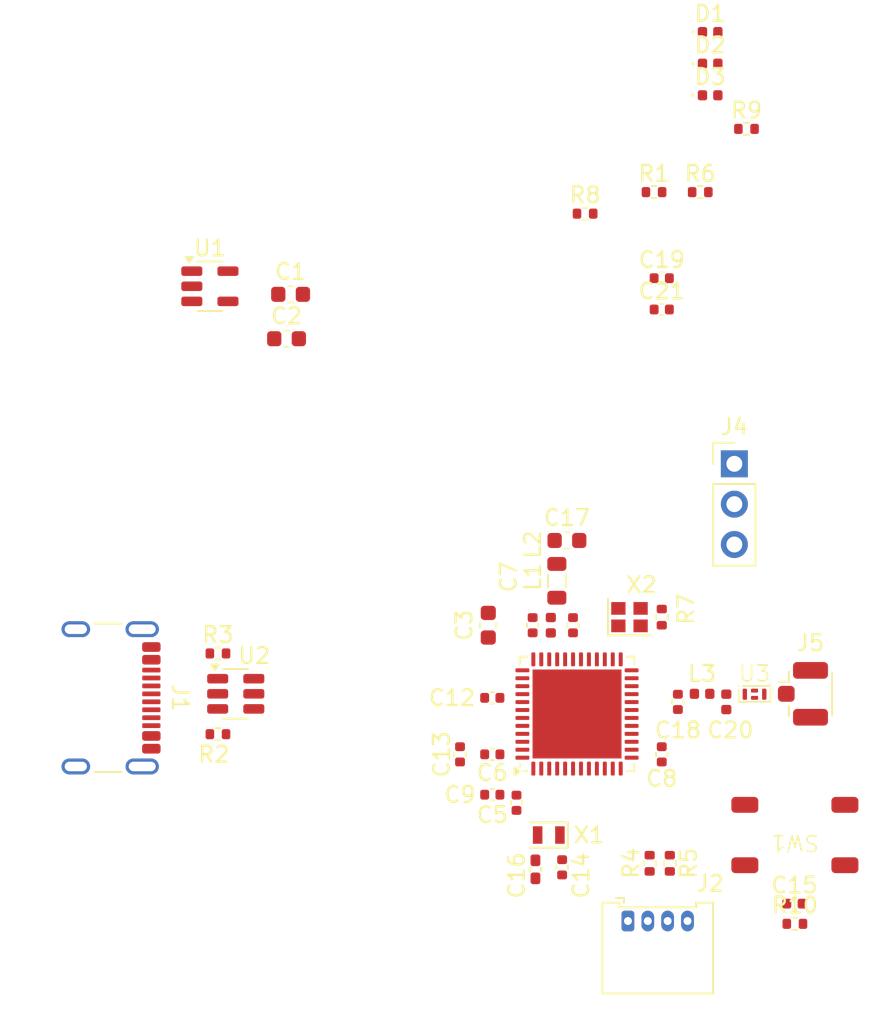
<source format=kicad_pcb>
(kicad_pcb (version 20240108) (generator "pcbnew") (generator_version "8.0")
  (layers (0 "F.Cu" signal) (31 "B.Cu" signal) (34 "B.Paste" user) (35 "F.Paste" user) (36 "B.SilkS" user "B.Silkscreen") (37 "F.SilkS" user "F.Silkscreen") (38 "B.Mask" user) (39 "F.Mask" user) (44 "Edge.Cuts" user))
  (net 0 "")
  (net 1 "+5V")
  (net 2 "GND")
  (net 3 "+3V3")
  (net 4 "/LOW_OSC_OUT")
  (net 5 "/SWD_RESET")
  (net 6 "/LOW_OSC_IN")
  (net 7 "/VLXSMOS_FEEDBACK")
  (net 8 "/RF")
  (net 9 "/SWD_BOOT")
  (net 10 "/RF_D_MATCH")
  (net 11 "Net-(D1-K)")
  (net 12 "Net-(D2-K)")
  (net 13 "Net-(D3-A)")
  (net 14 "Net-(J1-CC1)")
  (net 15 "Net-(J1-CC2)")
  (net 16 "Net-(J1-D+-PadA6)")
  (net 17 "Net-(J1-D--PadA7)")
  (net 20 "/UART_TX")
  (net 21 "/UART_RX")
  (net 22 "/RF_antena")
  (net 23 "/VLXSMPS")
  (net 24 "/VLXSMPS_INDUCTOR")
  (net 25 "Net-(U0-OSC_OUT)")
  (net 26 "/OSC_OUT")
  (net 33 "/USB_D-")
  (net 40 "/OSC_IN")
  (net 41 "/USB_D+")
  (footprint "Package_DFN_QFN:QFN-48-1EP_7x7mm_P0.5mm_EP5.6x5.6mm" (layer "F.Cu") (at 152.146 104.14 90)
    (property "Reference" "U0" (hide yes))
    (property "Value" "STM32WB55CEUx")
    (fp_line (start 3.61 -3.61) (end 3.61 -3.135) (stroke (width 0.12)) (layer "F.SilkS"))
    (fp_line (start 3.135 -3.61) (end 3.61 -3.61) (stroke (width 0.12)) (layer "F.SilkS"))
    (fp_line (start -3.135 -3.61) (end -3.31 -3.61) (stroke (width 0.12)) (layer "F.SilkS"))
    (fp_line (start -3.61 -3.135) (end -3.61 -3.37) (stroke (width 0.12)) (layer "F.SilkS"))
    (fp_line (start 3.61 3.61) (end 3.61 3.135) (stroke (width 0.12)) (layer "F.SilkS"))
    (fp_line (start 3.135 3.61) (end 3.61 3.61) (stroke (width 0.12)) (layer "F.SilkS"))
    (fp_line (start -3.135 3.61) (end -3.61 3.61) (stroke (width 0.12)) (layer "F.SilkS"))
    (fp_line (start -3.61 3.61) (end -3.61 3.135) (stroke (width 0.12)) (layer "F.SilkS"))
    (fp_poly (pts (xy -3.61 -3.61) (xy -3.85 -3.94) (xy -3.37 -3.94) (xy -3.61 -3.61)) (stroke (width 0.12)) (fill solid) (layer "F.SilkS"))
    (pad "1" smd roundrect (at -3.4375 -2.75 90) (size 0.875 0.25) (layers "F.Cu" "F.Paste" "F.Mask") (net 3 "+3V3"))
    (pad "2" smd roundrect (at -3.4375 -2.25 90) (size 0.875 0.25) (layers "F.Cu" "F.Paste" "F.Mask") (net 6 "/LOW_OSC_IN"))
    (pad "3" smd roundrect (at -3.4375 -1.75 90) (size 0.875 0.25) (layers "F.Cu" "F.Paste" "F.Mask") (net 4 "/LOW_OSC_OUT"))
    (pad "4" smd roundrect (at -3.4375 -1.25 90) (size 0.875 0.25) (layers "F.Cu" "F.Paste" "F.Mask") (net 9 "/SWD_BOOT"))
    (pad "5" smd roundrect (at -3.4375 -0.75 90) (size 0.875 0.25) (layers "F.Cu" "F.Paste" "F.Mask"))
    (pad "6" smd roundrect (at -3.4375 -0.25 90) (size 0.875 0.25) (layers "F.Cu" "F.Paste" "F.Mask"))
    (pad "7" smd roundrect (at -3.4375 0.25 90) (size 0.875 0.25) (layers "F.Cu" "F.Paste" "F.Mask") (net 5 "/SWD_RESET"))
    (pad "8" smd roundrect (at -3.4375 0.75 90) (size 0.875 0.25) (layers "F.Cu" "F.Paste" "F.Mask") (net 3 "+3V3"))
    (pad "9" smd roundrect (at -3.4375 1.25 90) (size 0.875 0.25) (layers "F.Cu" "F.Paste" "F.Mask"))
    (pad "10" smd roundrect (at -3.4375 1.75 90) (size 0.875 0.25) (layers "F.Cu" "F.Paste" "F.Mask"))
    (pad "11" smd roundrect (at -3.4375 2.25 90) (size 0.875 0.25) (layers "F.Cu" "F.Paste" "F.Mask") (net 20 "/UART_TX"))
    (pad "12" smd roundrect (at -3.4375 2.75 90) (size 0.875 0.25) (layers "F.Cu" "F.Paste" "F.Mask") (net 21 "/UART_RX"))
    (pad "13" smd roundrect (at -2.75 3.4375 90) (size 0.25 0.875) (layers "F.Cu" "F.Paste" "F.Mask"))
    (pad "14" smd roundrect (at -2.25 3.4375 90) (size 0.25 0.875) (layers "F.Cu" "F.Paste" "F.Mask"))
    (pad "15" smd roundrect (at -1.75 3.4375 90) (size 0.25 0.875) (layers "F.Cu" "F.Paste" "F.Mask"))
    (pad "16" smd roundrect (at -1.25 3.4375 90) (size 0.25 0.875) (layers "F.Cu" "F.Paste" "F.Mask"))
    (pad "17" smd roundrect (at -0.75 3.4375 90) (size 0.25 0.875) (layers "F.Cu" "F.Paste" "F.Mask"))
    (pad "18" smd roundrect (at -0.25 3.4375 90) (size 0.25 0.875) (layers "F.Cu" "F.Paste" "F.Mask"))
    (pad "19" smd roundrect (at 0.25 3.4375 90) (size 0.25 0.875) (layers "F.Cu" "F.Paste" "F.Mask"))
    (pad "20" smd roundrect (at 0.75 3.4375 90) (size 0.25 0.875) (layers "F.Cu" "F.Paste" "F.Mask") (net 3 "+3V3"))
    (pad "21" smd roundrect (at 1.25 3.4375 90) (size 0.25 0.875) (layers "F.Cu" "F.Paste" "F.Mask") (net 8 "/RF"))
    (pad "22" smd roundrect (at 1.75 3.4375 90) (size 0.25 0.875) (layers "F.Cu" "F.Paste" "F.Mask") (net 2 "GND"))
    (pad "23" smd roundrect (at 2.25 3.4375 90) (size 0.25 0.875) (layers "F.Cu" "F.Paste" "F.Mask") (net 3 "+3V3"))
    (pad "24" smd roundrect (at 2.75 3.4375 90) (size 0.25 0.875) (layers "F.Cu" "F.Paste" "F.Mask") (net 25 "Net-(U0-OSC_OUT)"))
    (pad "25" smd roundrect (at 3.4375 2.75 90) (size 0.875 0.25) (layers "F.Cu" "F.Paste" "F.Mask") (net 40 "/OSC_IN"))
    (pad "26" smd roundrect (at 3.4375 2.25 90) (size 0.875 0.25) (layers "F.Cu" "F.Paste" "F.Mask"))
    (pad "27" smd roundrect (at 3.4375 1.75 90) (size 0.875 0.25) (layers "F.Cu" "F.Paste" "F.Mask"))
    (pad "28" smd roundrect (at 3.4375 1.25 90) (size 0.875 0.25) (layers "F.Cu" "F.Paste" "F.Mask"))
    (pad "29" smd roundrect (at 3.4375 0.75 90) (size 0.875 0.25) (layers "F.Cu" "F.Paste" "F.Mask"))
    (pad "30" smd roundrect (at 3.4375 0.25 90) (size 0.875 0.25) (layers "F.Cu" "F.Paste" "F.Mask"))
    (pad "31" smd roundrect (at 3.4375 -0.25 90) (size 0.875 0.25) (layers "F.Cu" "F.Paste" "F.Mask") (net 7 "/VLXSMOS_FEEDBACK"))
    (pad "32" smd roundrect (at 3.4375 -0.75 90) (size 0.875 0.25) (layers "F.Cu" "F.Paste" "F.Mask") (net 2 "GND"))
    (pad "33" smd roundrect (at 3.4375 -1.25 90) (size 0.875 0.25) (layers "F.Cu" "F.Paste" "F.Mask") (net 23 "/VLXSMPS"))
    (pad "34" smd roundrect (at 3.4375 -1.75 90) (size 0.875 0.25) (layers "F.Cu" "F.Paste" "F.Mask") (net 3 "+3V3"))
    (pad "35" smd roundrect (at 3.4375 -2.25 90) (size 0.875 0.25) (layers "F.Cu" "F.Paste" "F.Mask") (net 3 "+3V3"))
    (pad "36" smd roundrect (at 3.4375 -2.75 90) (size 0.875 0.25) (layers "F.Cu" "F.Paste" "F.Mask"))
    (pad "37" smd roundrect (at 2.75 -3.4375 90) (size 0.25 0.875) (layers "F.Cu" "F.Paste" "F.Mask") (net 33 "/USB_D-"))
    (pad "38" smd roundrect (at 2.25 -3.4375 90) (size 0.25 0.875) (layers "F.Cu" "F.Paste" "F.Mask") (net 41 "/USB_D+"))
    (pad "39" smd roundrect (at 1.75 -3.4375 90) (size 0.25 0.875) (layers "F.Cu" "F.Paste" "F.Mask"))
    (pad "40" smd roundrect (at 1.25 -3.4375 90) (size 0.25 0.875) (layers "F.Cu" "F.Paste" "F.Mask") (net 3 "+3V3"))
    (pad "41" smd roundrect (at 0.75 -3.4375 90) (size 0.25 0.875) (layers "F.Cu" "F.Paste" "F.Mask"))
    (pad "42" smd roundrect (at 0.25 -3.4375 90) (size 0.25 0.875) (layers "F.Cu" "F.Paste" "F.Mask"))
    (pad "43" smd roundrect (at -0.25 -3.4375 90) (size 0.25 0.875) (layers "F.Cu" "F.Paste" "F.Mask"))
    (pad "44" smd roundrect (at -0.75 -3.4375 90) (size 0.25 0.875) (layers "F.Cu" "F.Paste" "F.Mask"))
    (pad "45" smd roundrect (at -1.25 -3.4375 90) (size 0.25 0.875) (layers "F.Cu" "F.Paste" "F.Mask"))
    (pad "46" smd roundrect (at -1.75 -3.4375 90) (size 0.25 0.875) (layers "F.Cu" "F.Paste" "F.Mask"))
    (pad "47" smd roundrect (at -2.25 -3.4375 90) (size 0.25 0.875) (layers "F.Cu" "F.Paste" "F.Mask"))
    (pad "48" smd roundrect (at -2.75 -3.4375 90) (size 0.25 0.875) (layers "F.Cu" "F.Paste" "F.Mask") (net 3 "+3V3"))
    (pad "49" smd rect (at 0 0 90) (size 5.6 5.6) (property pad_prop_heatsink) (layers "F.Cu" "F.Mask") (net 2 "GND"))
  )
  (footprint "Resistor_SMD:R_0402_1005Metric" (layer "F.Cu") (at 129.54 105.41)
    (property "Reference" "R2" (at -0.254 1.27 0) (layer "F.SilkS"))
    (property "Value" "5KR1")
    (fp_line (start -0.153641 -0.38) (end 0.153641 -0.38) (stroke (width 0.12)) (layer "F.SilkS"))
    (fp_line (start -0.153641 0.38) (end 0.153641 0.38) (stroke (width 0.12)) (layer "F.SilkS"))
    (pad "1" smd roundrect (at -0.51 0) (size 0.54 0.64) (layers "F.Cu" "F.Paste" "F.Mask") (net 15 "Net-(J1-CC2)"))
    (pad "2" smd roundrect (at 0.51 0) (size 0.54 0.64) (layers "F.Cu" "F.Paste" "F.Mask") (net 2 "GND"))
  )
  (footprint "LED_SMD:LED_0402_1005Metric" (layer "F.Cu") (at 160.528 65.194)
    (property "Reference" "D3" (at 0 -1.17 0) (layer "F.SilkS"))
    (property "Value" "LED")
    (fp_circle (center -1.09 0) (end -1.04 0) (stroke (width 0.1)) (fill none) (layer "F.SilkS"))
    (pad "1" smd roundrect (at -0.485 0) (size 0.59 0.64) (layers "F.Cu" "F.Paste" "F.Mask") (net 2 "GND"))
    (pad "2" smd roundrect (at 0.485 0) (size 0.59 0.64) (layers "F.Cu" "F.Paste" "F.Mask") (net 13 "Net-(D3-A)"))
  )
  (footprint "Capacitor_SMD:C_0402_1005Metric" (layer "F.Cu") (at 157.48 76.708)
    (property "Reference" "C19" (at 0 -1.16 0) (layer "F.SilkS"))
    (property "Value" "100n")
    (fp_line (start -0.107836 -0.36) (end 0.107836 -0.36) (stroke (width 0.12)) (layer "F.SilkS"))
    (fp_line (start -0.107836 0.36) (end 0.107836 0.36) (stroke (width 0.12)) (layer "F.SilkS"))
    (pad "1" smd roundrect (at -0.48 0) (size 0.56 0.62) (layers "F.Cu" "F.Paste" "F.Mask") (net 9 "/SWD_BOOT"))
    (pad "2" smd roundrect (at 0.48 0) (size 0.56 0.62) (layers "F.Cu" "F.Paste" "F.Mask") (net 2 "GND"))
  )
  (footprint "Capacitor_SMD:C_0402_1005Metric" (layer "F.Cu") (at 157.48 78.678)
    (property "Reference" "C21" (at 0 -1.16 0) (layer "F.SilkS"))
    (property "Value" "100n")
    (fp_line (start -0.107836 -0.36) (end 0.107836 -0.36) (stroke (width 0.12)) (layer "F.SilkS"))
    (fp_line (start -0.107836 0.36) (end 0.107836 0.36) (stroke (width 0.12)) (layer "F.SilkS"))
    (pad "1" smd roundrect (at -0.48 0) (size 0.56 0.62) (layers "F.Cu" "F.Paste" "F.Mask") (net 3 "+3V3"))
    (pad "2" smd roundrect (at 0.48 0) (size 0.56 0.62) (layers "F.Cu" "F.Paste" "F.Mask") (net 2 "GND"))
  )
  (footprint "Connector_PinHeader_2.54mm:PinHeader_1x03_P2.54mm_Vertical" (layer "F.Cu") (at 162.052 88.392)
    (property "Reference" "J4" (at 0 -2.33 0) (layer "F.SilkS"))
    (property "Value" "Conn_01x03")
    (fp_line (start -1.33 -1.33) (end 0 -1.33) (stroke (width 0.12)) (layer "F.SilkS"))
    (fp_line (start -1.33 0) (end -1.33 -1.33) (stroke (width 0.12)) (layer "F.SilkS"))
    (fp_line (start -1.33 1.27) (end -1.33 6.41) (stroke (width 0.12)) (layer "F.SilkS"))
    (fp_line (start -1.33 1.27) (end 1.33 1.27) (stroke (width 0.12)) (layer "F.SilkS"))
    (fp_line (start -1.33 6.41) (end 1.33 6.41) (stroke (width 0.12)) (layer "F.SilkS"))
    (fp_line (start 1.33 1.27) (end 1.33 6.41) (stroke (width 0.12)) (layer "F.SilkS"))
    (pad "1" thru_hole rect (at 0 0) (size 1.7 1.7) (drill 1) (layers "*.Cu" "*.Mask") (net 3 "+3V3"))
    (pad "2" thru_hole oval (at 0 2.54) (size 1.7 1.7) (drill 1) (layers "*.Cu" "*.Mask") (net 9 "/SWD_BOOT"))
    (pad "3" thru_hole oval (at 0 5.08) (size 1.7 1.7) (drill 1) (layers "*.Cu" "*.Mask") (net 2 "GND"))
  )
  (footprint "Crystal:Crystal_SMD_2012-2Pin_2.0x1.2mm" (layer "F.Cu") (at 150.368 111.76 180)
    (property "Reference" "X1" (at -2.54 0 360) (layer "F.SilkS"))
    (property "Value" "32kHz768")
    (fp_line (start 1.2 -0.8) (end -1.2 -0.8) (stroke (width 0.12)) (layer "F.SilkS"))
    (fp_line (start -1.2 0.8) (end 1.2 0.8) (stroke (width 0.12)) (layer "F.SilkS"))
    (fp_line (start -1.2 -0.8) (end -1.2 0.8) (stroke (width 0.12)) (layer "F.SilkS"))
    (pad "1" smd rect (at -0.7 0 180) (size 0.6 1.1) (layers "F.Cu" "F.Paste" "F.Mask") (net 4 "/LOW_OSC_OUT"))
    (pad "2" smd rect (at 0.7 0 180) (size 0.6 1.1) (layers "F.Cu" "F.Paste" "F.Mask") (net 6 "/LOW_OSC_IN"))
  )
  (footprint "Capacitor_SMD:C_0402_1005Metric" (layer "F.Cu") (at 165.834 116.078)
    (property "Reference" "C15" (at 0 -1.16 360) (layer "F.SilkS"))
    (property "Value" "100n")
    (fp_line (start -0.107836 -0.36) (end 0.107836 -0.36) (stroke (width 0.12)) (layer "F.SilkS"))
    (fp_line (start -0.107836 0.36) (end 0.107836 0.36) (stroke (width 0.12)) (layer "F.SilkS"))
    (pad "1" smd roundrect (at -0.48 0) (size 0.56 0.62) (layers "F.Cu" "F.Paste" "F.Mask") (net 5 "/SWD_RESET"))
    (pad "2" smd roundrect (at 0.48 0) (size 0.56 0.62) (layers "F.Cu" "F.Paste" "F.Mask") (net 2 "GND"))
  )
  (footprint "Capacitor_SMD:C_0603_1608Metric" (layer "F.Cu") (at 146.558 98.552 90)
    (property "Reference" "C3" (at 0 -1.524 90) (layer "F.SilkS"))
    (property "Value" "4u7")
    (fp_line (start -0.14058 -0.51) (end 0.14058 -0.51) (stroke (width 0.12)) (layer "F.SilkS"))
    (fp_line (start -0.14058 0.51) (end 0.14058 0.51) (stroke (width 0.12)) (layer "F.SilkS"))
    (pad "1" smd roundrect (at -0.775 0 90) (size 0.9 0.95) (layers "F.Cu" "F.Paste" "F.Mask") (net 3 "+3V3"))
    (pad "2" smd roundrect (at 0.775 0 90) (size 0.9 0.95) (layers "F.Cu" "F.Paste" "F.Mask") (net 2 "GND"))
  )
  (footprint "Capacitor_SMD:C_0402_1005Metric" (layer "F.Cu") (at 158.496 103.378 -90)
    (property "Reference" "C18" (at 1.778 0 180) (layer "F.SilkS"))
    (property "Value" "0p8")
    (fp_line (start -0.107836 0.36) (end 0.107836 0.36) (stroke (width 0.12)) (layer "F.SilkS"))
    (fp_line (start -0.107836 -0.36) (end 0.107836 -0.36) (stroke (width 0.12)) (layer "F.SilkS"))
    (pad "1" smd roundrect (at -0.48 0 270) (size 0.56 0.62) (layers "F.Cu" "F.Paste" "F.Mask") (net 8 "/RF"))
    (pad "2" smd roundrect (at 0.48 0 270) (size 0.56 0.62) (layers "F.Cu" "F.Paste" "F.Mask") (net 2 "GND"))
  )
  (footprint "Connector_Molex:Molex_PicoBlade_53048-0410_1x04_P1.25mm_Horizontal" (layer "F.Cu") (at 155.351 117.172)
    (property "Reference" "J2" (at 5.177 -2.364 360) (layer "F.SilkS"))
    (property "Value" "Conn_01x04")
    (fp_line (start -1.61 -1.16) (end -1.61 4.56) (stroke (width 0.12)) (layer "F.SilkS"))
    (fp_line (start -1.61 4.56) (end 1.875 4.56) (stroke (width 0.12)) (layer "F.SilkS"))
    (fp_line (start -0.54 -1.16) (end -1.61 -1.16) (stroke (width 0.12)) (layer "F.SilkS"))
    (fp_line (start -0.54 -0.86) (end -0.54 -1.16) (stroke (width 0.12)) (layer "F.SilkS"))
    (fp_line (start -0.25 -1.45) (end -0.75 -1.45) (stroke (width 0.12)) (layer "F.SilkS"))
    (fp_line (start -0.25 -1.15) (end -0.25 -1.45) (stroke (width 0.12)) (layer "F.SilkS"))
    (fp_line (start 1.875 -0.86) (end -0.54 -0.86) (stroke (width 0.12)) (layer "F.SilkS"))
    (fp_line (start 1.875 -0.86) (end 4.29 -0.86) (stroke (width 0.12)) (layer "F.SilkS"))
    (fp_line (start 4.29 -1.16) (end 5.36 -1.16) (stroke (width 0.12)) (layer "F.SilkS"))
    (fp_line (start 4.29 -0.86) (end 4.29 -1.16) (stroke (width 0.12)) (layer "F.SilkS"))
    (fp_line (start 5.36 -1.16) (end 5.36 4.56) (stroke (width 0.12)) (layer "F.SilkS"))
    (fp_line (start 5.36 4.56) (end 1.875 4.56) (stroke (width 0.12)) (layer "F.SilkS"))
    (pad "1" thru_hole roundrect (at 0 0) (size 0.8 1.3) (drill 0.5) (layers "*.Cu" "*.Mask") (net 3 "+3V3"))
    (pad "2" thru_hole oval (at 1.25 0) (size 0.8 1.3) (drill 0.5) (layers "*.Cu" "*.Mask") (net 20 "/UART_TX"))
    (pad "3" thru_hole oval (at 2.5 0) (size 0.8 1.3) (drill 0.5) (layers "*.Cu" "*.Mask") (net 21 "/UART_RX"))
    (pad "4" thru_hole oval (at 3.75 0) (size 0.8 1.3) (drill 0.5) (layers "*.Cu" "*.Mask") (net 2 "GND"))
  )
  (footprint "Crystal:Crystal_SMD_2016-4Pin_2.0x1.6mm" (layer "F.Cu") (at 155.448 98.044)
    (property "Reference" "X2" (at 0.762 -2.032 360) (layer "F.SilkS"))
    (property "Value" "32MHz")
    (fp_line (start -1.35 -1.15) (end -1.35 1.15) (stroke (width 0.12)) (layer "F.SilkS"))
    (fp_line (start -1.35 1.15) (end 1.35 1.15) (stroke (width 0.12)) (layer "F.SilkS"))
    (pad "1" smd rect (at -0.7 0.55) (size 0.9 0.8) (layers "F.Cu" "F.Paste" "F.Mask") (net 40 "/OSC_IN"))
    (pad "2" smd rect (at 0.7 0.55) (size 0.9 0.8) (layers "F.Cu" "F.Paste" "F.Mask") (net 2 "GND"))
    (pad "3" smd rect (at 0.7 -0.55) (size 0.9 0.8) (layers "F.Cu" "F.Paste" "F.Mask") (net 26 "/OSC_OUT"))
    (pad "4" smd rect (at -0.7 -0.55) (size 0.9 0.8) (layers "F.Cu" "F.Paste" "F.Mask") (net 2 "GND"))
  )
  (footprint "MY_PCB_library:DLF162500LT-5028A1" (layer "F.Cu") (at 163.322 103.124)
    (property "Reference" "U3" (at 0 -1.524 0) (layer "F.SilkS") (effects (font (thickness 0.1))))
    (property "Value" "DLF162500LT-5028A1")
    (fp_line (start -1 0.25) (end -1 -0.5) (stroke (width 0.1)) (layer "F.SilkS"))
    (fp_line (start -0.75 -0.75) (end 1 -0.75) (stroke (width 0.1)) (layer "F.SilkS"))
    (fp_line (start 1 -0.75) (end 1 0.25) (stroke (width 0.1)) (layer "F.SilkS"))
    (fp_line (start 1 0.25) (end -1 0.25) (stroke (width 0.1)) (layer "F.SilkS"))
    (fp_circle (center -1 -0.75) (end -0.95 -0.75) (fill solid) (layer "F.SilkS"))
    (pad "1" smd roundrect (at -0.6125 -0.2275) (size 0.275 0.7) (layers "F.Cu" "F.Paste" "F.Mask") (net 10 "/RF_D_MATCH"))
    (pad "2" smd roundrect (at 0 0 270) (size 0.245 0.45) (layers "F.Cu" "F.Paste" "F.Mask") (net 2 "GND"))
    (pad "3" smd roundrect (at 0.6125 -0.2275) (size 0.275 0.7) (layers "F.Cu" "F.Paste" "F.Mask") (net 22 "/RF_antena"))
    (pad "4" smd roundrect (at 0 -0.455 270) (size 0.245 0.45) (layers "F.Cu" "F.Paste" "F.Mask") (net 2 "GND"))
  )
  (footprint "Capacitor_SMD:C_0402_1005Metric" (layer "F.Cu") (at 157.48 106.68 -90)
    (property "Reference" "C8" (at 1.524 0 180) (layer "F.SilkS"))
    (property "Value" "100n")
    (fp_line (start -0.107836 0.36) (end 0.107836 0.36) (stroke (width 0.12)) (layer "F.SilkS"))
    (fp_line (start -0.107836 -0.36) (end 0.107836 -0.36) (stroke (width 0.12)) (layer "F.SilkS"))
    (pad "1" smd roundrect (at -0.48 0 270) (size 0.56 0.62) (layers "F.Cu" "F.Paste" "F.Mask") (net 3 "+3V3"))
    (pad "2" smd roundrect (at 0.48 0 270) (size 0.56 0.62) (layers "F.Cu" "F.Paste" "F.Mask") (net 2 "GND"))
  )
  (footprint "Resistor_SMD:R_0402_1005Metric" (layer "F.Cu") (at 129.54 100.33)
    (property "Reference" "R3" (at 0 -1.17 0) (layer "F.SilkS"))
    (property "Value" "5KR1")
    (fp_line (start -0.153641 -0.38) (end 0.153641 -0.38) (stroke (width 0.12)) (layer "F.SilkS"))
    (fp_line (start -0.153641 0.38) (end 0.153641 0.38) (stroke (width 0.12)) (layer "F.SilkS"))
    (pad "1" smd roundrect (at -0.51 0) (size 0.54 0.64) (layers "F.Cu" "F.Paste" "F.Mask") (net 14 "Net-(J1-CC1)"))
    (pad "2" smd roundrect (at 0.51 0) (size 0.54 0.64) (layers "F.Cu" "F.Paste" "F.Mask") (net 2 "GND"))
  )
  (footprint "Capacitor_SMD:C_0402_1005Metric" (layer "F.Cu") (at 151.208 113.792 -90)
    (property "Reference" "C14" (at 0.508 -1.192 90) (layer "F.SilkS"))
    (property "Value" "10p")
    (fp_line (start -0.107836 0.36) (end 0.107836 0.36) (stroke (width 0.12)) (layer "F.SilkS"))
    (fp_line (start -0.107836 -0.36) (end 0.107836 -0.36) (stroke (width 0.12)) (layer "F.SilkS"))
    (pad "1" smd roundrect (at -0.48 0 270) (size 0.56 0.62) (layers "F.Cu" "F.Paste" "F.Mask") (net 4 "/LOW_OSC_OUT"))
    (pad "2" smd roundrect (at 0.48 0 270) (size 0.56 0.62) (layers "F.Cu" "F.Paste" "F.Mask") (net 2 "GND"))
  )
  (footprint "Resistor_SMD:R_0402_1005Metric" (layer "F.Cu") (at 152.654 72.644)
    (property "Reference" "R8" (at 0 -1.17 0) (layer "F.SilkS"))
    (property "Value" "5kR1")
    (fp_line (start -0.153641 -0.38) (end 0.153641 -0.38) (stroke (width 0.12)) (layer "F.SilkS"))
    (fp_line (start -0.153641 0.38) (end 0.153641 0.38) (stroke (width 0.12)) (layer "F.SilkS"))
    (pad "1" smd roundrect (at -0.51 0) (size 0.54 0.64) (layers "F.Cu" "F.Paste" "F.Mask") (net 2 "GND"))
    (pad "2" smd roundrect (at 0.51 0) (size 0.54 0.64) (layers "F.Cu" "F.Paste" "F.Mask") (net 9 "/SWD_BOOT"))
  )
  (footprint "Resistor_SMD:R_0402_1005Metric" (layer "F.Cu") (at 156.994 71.29)
    (property "Reference" "R1" (at 0 -1.17 0) (layer "F.SilkS"))
    (property "Value" "330")
    (fp_line (start -0.153641 -0.38) (end 0.153641 -0.38) (stroke (width 0.12)) (layer "F.SilkS"))
    (fp_line (start -0.153641 0.38) (end 0.153641 0.38) (stroke (width 0.12)) (layer "F.SilkS"))
    (pad "1" smd roundrect (at -0.51 0) (size 0.54 0.64) (layers "F.Cu" "F.Paste" "F.Mask") (net 11 "Net-(D1-K)"))
    (pad "2" smd roundrect (at 0.51 0) (size 0.54 0.64) (layers "F.Cu" "F.Paste" "F.Mask") (net 2 "GND"))
  )
  (footprint "Capacitor_SMD:C_0402_1005Metric" (layer "F.Cu") (at 149.352 98.552 90)
    (property "Reference" "C7" (at 3.048 -1.524 90) (layer "F.SilkS"))
    (property "Value" "100n")
    (fp_line (start -0.107836 -0.36) (end 0.107836 -0.36) (stroke (width 0.12)) (layer "F.SilkS"))
    (fp_line (start -0.107836 0.36) (end 0.107836 0.36) (stroke (width 0.12)) (layer "F.SilkS"))
    (pad "1" smd roundrect (at -0.48 0 90) (size 0.56 0.62) (layers "F.Cu" "F.Paste" "F.Mask") (net 3 "+3V3"))
    (pad "2" smd roundrect (at 0.48 0 90) (size 0.56 0.62) (layers "F.Cu" "F.Paste" "F.Mask") (net 2 "GND"))
  )
  (footprint "Capacitor_SMD:C_0603_1608Metric" (layer "F.Cu") (at 151.51 93.218)
    (property "Reference" "C17" (at 0 -1.43 360) (layer "F.SilkS"))
    (property "Value" "4u7")
    (fp_line (start -0.14058 -0.51) (end 0.14058 -0.51) (stroke (width 0.12)) (layer "F.SilkS"))
    (fp_line (start -0.14058 0.51) (end 0.14058 0.51) (stroke (width 0.12)) (layer "F.SilkS"))
    (pad "1" smd roundrect (at -0.775 0) (size 0.9 0.95) (layers "F.Cu" "F.Paste" "F.Mask") (net 7 "/VLXSMOS_FEEDBACK"))
    (pad "2" smd roundrect (at 0.775 0) (size 0.9 0.95) (layers "F.Cu" "F.Paste" "F.Mask") (net 2 "GND"))
  )
  (footprint "Resistor_SMD:R_0402_1005Metric" (layer "F.Cu") (at 162.814 67.31)
    (property "Reference" "R9" (at 0 -1.17 0) (layer "F.SilkS"))
    (property "Value" "330")
    (fp_line (start -0.153641 -0.38) (end 0.153641 -0.38) (stroke (width 0.12)) (layer "F.SilkS"))
    (fp_line (start -0.153641 0.38) (end 0.153641 0.38) (stroke (width 0.12)) (layer "F.SilkS"))
    (pad "1" smd roundrect (at -0.51 0) (size 0.54 0.64) (layers "F.Cu" "F.Paste" "F.Mask") (net 9 "/SWD_BOOT"))
    (pad "2" smd roundrect (at 0.51 0) (size 0.54 0.64) (layers "F.Cu" "F.Paste" "F.Mask") (net 13 "Net-(D3-A)"))
  )
  (footprint "Capacitor_SMD:C_0402_1005Metric_Pad0.74x0.62mm_HandSolder" (layer "F.Cu") (at 149.528 113.919 -90)
    (property "Reference" "C16" (at 0.381 1.192 90) (layer "F.SilkS"))
    (property "Value" "10p")
    (fp_line (start -0.115835 0.36) (end 0.115835 0.36) (stroke (width 0.12)) (layer "F.SilkS"))
    (fp_line (start -0.115835 -0.36) (end 0.115835 -0.36) (stroke (width 0.12)) (layer "F.SilkS"))
    (pad "1" smd roundrect (at -0.5675 0 270) (size 0.735 0.62) (layers "F.Cu" "F.Paste" "F.Mask") (net 6 "/LOW_OSC_IN"))
    (pad "2" smd roundrect (at 0.5675 0 270) (size 0.735 0.62) (layers "F.Cu" "F.Paste" "F.Mask") (net 2 "GND"))
  )
  (footprint "Inductor_SMD:L_0402_1005Metric" (layer "F.Cu") (at 160.02 102.87)
    (property "Reference" "L3" (at 0 -1.27 0) (layer "F.SilkS"))
    (property "Value" "2n7")
    (pad "1" smd roundrect (at -0.485 0) (size 0.59 0.64) (layers "F.Cu" "F.Paste" "F.Mask") (net 8 "/RF"))
    (pad "2" smd roundrect (at 0.485 0) (size 0.59 0.64) (layers "F.Cu" "F.Paste" "F.Mask") (net 10 "/RF_D_MATCH"))
  )
  (footprint "Resistor_SMD:R_0402_1005Metric" (layer "F.Cu") (at 157.48 98.044 90)
    (property "Reference" "R7" (at 0.508 1.524 90) (layer "F.SilkS"))
    (property "Value" "330")
    (fp_line (start -0.153641 -0.38) (end 0.153641 -0.38) (stroke (width 0.12)) (layer "F.SilkS"))
    (fp_line (start -0.153641 0.38) (end 0.153641 0.38) (stroke (width 0.12)) (layer "F.SilkS"))
    (pad "1" smd roundrect (at -0.51 0 90) (size 0.54 0.64) (layers "F.Cu" "F.Paste" "F.Mask") (net 25 "Net-(U0-OSC_OUT)"))
    (pad "2" smd roundrect (at 0.51 0 90) (size 0.54 0.64) (layers "F.Cu" "F.Paste" "F.Mask") (net 26 "/OSC_OUT"))
  )
  (footprint "Capacitor_SMD:C_0402_1005Metric" (layer "F.Cu") (at 144.78 106.68 90)
    (property "Reference" "C13" (at 0 -1.16 90) (layer "F.SilkS"))
    (property "Value" "100n")
    (fp_line (start -0.107836 -0.36) (end 0.107836 -0.36) (stroke (width 0.12)) (layer "F.SilkS"))
    (fp_line (start -0.107836 0.36) (end 0.107836 0.36) (stroke (width 0.12)) (layer "F.SilkS"))
    (pad "1" smd roundrect (at -0.48 0 90) (size 0.56 0.62) (layers "F.Cu" "F.Paste" "F.Mask") (net 2 "GND"))
    (pad "2" smd roundrect (at 0.48 0 90) (size 0.56 0.62) (layers "F.Cu" "F.Paste" "F.Mask") (net 3 "+3V3"))
  )
  (footprint "Capacitor_SMD:C_0402_1005Metric" (layer "F.Cu") (at 148.336 109.728 -90)
    (property "Reference" "C5" (at 0.762 1.524 180) (layer "F.SilkS"))
    (property "Value" "100n")
    (fp_line (start -0.107836 0.36) (end 0.107836 0.36) (stroke (width 0.12)) (layer "F.SilkS"))
    (fp_line (start -0.107836 -0.36) (end 0.107836 -0.36) (stroke (width 0.12)) (layer "F.SilkS"))
    (pad "1" smd roundrect (at -0.48 0 270) (size 0.56 0.62) (layers "F.Cu" "F.Paste" "F.Mask") (net 3 "+3V3"))
    (pad "2" smd roundrect (at 0.48 0 270) (size 0.56 0.62) (layers "F.Cu" "F.Paste" "F.Mask") (net 2 "GND"))
  )
  (footprint "Package_TO_SOT_SMD:SOT-23-5" (layer "F.Cu") (at 129.032 77.216)
    (property "Reference" "U1" (at 0 -2.4 0) (layer "F.SilkS"))
    (property "Value" "MIC5365-3.3YD5")
    (fp_line (start 0 -1.56) (end -0.8 -1.56) (stroke (width 0.12)) (layer "F.SilkS"))
    (fp_line (start 0 -1.56) (end 0.8 -1.56) (stroke (width 0.12)) (layer "F.SilkS"))
    (fp_line (start 0 1.56) (end -0.8 1.56) (stroke (width 0.12)) (layer "F.SilkS"))
    (fp_line (start 0 1.56) (end 0.8 1.56) (stroke (width 0.12)) (layer "F.SilkS"))
    (fp_poly (pts (xy -1.3 -1.51) (xy -1.54 -1.84) (xy -1.06 -1.84) (xy -1.3 -1.51)) (stroke (width 0.12)) (fill solid) (layer "F.SilkS"))
    (pad "1" smd roundrect (at -1.1375 -0.95) (size 1.325 0.6) (layers "F.Cu" "F.Paste" "F.Mask") (net 1 "+5V"))
    (pad "2" smd roundrect (at -1.1375 0) (size 1.325 0.6) (layers "F.Cu" "F.Paste" "F.Mask") (net 2 "GND"))
    (pad "3" smd roundrect (at -1.1375 0.95) (size 1.325 0.6) (layers "F.Cu" "F.Paste" "F.Mask") (net 1 "+5V"))
    (pad "4" smd roundrect (at 1.1375 0.95) (size 1.325 0.6) (layers "F.Cu" "F.Paste" "F.Mask"))
    (pad "5" smd roundrect (at 1.1375 -0.95) (size 1.325 0.6) (layers "F.Cu" "F.Paste" "F.Mask") (net 3 "+3V3"))
  )
  (footprint "Resistor_SMD:R_0402_1005Metric" (layer "F.Cu") (at 165.862 117.348)
    (property "Reference" "R10" (at 0 -1.17 360) (layer "F.SilkS"))
    (property "Value" "5kR1")
    (fp_line (start -0.153641 -0.38) (end 0.153641 -0.38) (stroke (width 0.12)) (layer "F.SilkS"))
    (fp_line (start -0.153641 0.38) (end 0.153641 0.38) (stroke (width 0.12)) (layer "F.SilkS"))
    (pad "1" smd roundrect (at -0.51 0) (size 0.54 0.64) (layers "F.Cu" "F.Paste" "F.Mask") (net 5 "/SWD_RESET"))
    (pad "2" smd roundrect (at 0.51 0) (size 0.54 0.64) (layers "F.Cu" "F.Paste" "F.Mask") (net 3 "+3V3"))
  )
  (footprint "Capacitor_SMD:C_0402_1005Metric" (layer "F.Cu") (at 146.812 106.68 180)
    (property "Reference" "C6" (at 0 -1.16 360) (layer "F.SilkS"))
    (property "Value" "100n")
    (fp_line (start -0.107836 0.36) (end 0.107836 0.36) (stroke (width 0.12)) (layer "F.SilkS"))
    (fp_line (start -0.107836 -0.36) (end 0.107836 -0.36) (stroke (width 0.12)) (layer "F.SilkS"))
    (pad "1" smd roundrect (at -0.48 0 180) (size 0.56 0.62) (layers "F.Cu" "F.Paste" "F.Mask") (net 3 "+3V3"))
    (pad "2" smd roundrect (at 0.48 0 180) (size 0.56 0.62) (layers "F.Cu" "F.Paste" "F.Mask") (net 2 "GND"))
  )
  (footprint "LED_SMD:LED_0402_1005Metric" (layer "F.Cu") (at 160.528 63.204)
    (property "Reference" "D2" (at 0 -1.17 0) (layer "F.SilkS"))
    (property "Value" "LED")
    (fp_circle (center -1.09 0) (end -1.04 0) (stroke (width 0.1)) (fill none) (layer "F.SilkS"))
    (pad "1" smd roundrect (at -0.485 0) (size 0.59 0.64) (layers "F.Cu" "F.Paste" "F.Mask") (net 12 "Net-(D2-K)"))
    (pad "2" smd roundrect (at 0.485 0) (size 0.59 0.64) (layers "F.Cu" "F.Paste" "F.Mask") (net 3 "+3V3"))
  )
  (footprint "Capacitor_SMD:C_0603_1608Metric" (layer "F.Cu") (at 133.858 80.518)
    (property "Reference" "C2" (at 0 -1.43 0) (layer "F.SilkS"))
    (property "Value" "4u7")
    (fp_line (start -0.14058 -0.51) (end 0.14058 -0.51) (stroke (width 0.12)) (layer "F.SilkS"))
    (fp_line (start -0.14058 0.51) (end 0.14058 0.51) (stroke (width 0.12)) (layer "F.SilkS"))
    (pad "1" smd roundrect (at -0.775 0) (size 0.9 0.95) (layers "F.Cu" "F.Paste" "F.Mask") (net 3 "+3V3"))
    (pad "2" smd roundrect (at 0.775 0) (size 0.9 0.95) (layers "F.Cu" "F.Paste" "F.Mask") (net 2 "GND"))
  )
  (footprint "Capacitor_SMD:C_0402_1005Metric" (layer "F.Cu") (at 146.812 103.124 180)
    (property "Reference" "C12" (at 2.54 0 360) (layer "F.SilkS"))
    (property "Value" "100n")
    (fp_line (start -0.107836 0.36) (end 0.107836 0.36) (stroke (width 0.12)) (layer "F.SilkS"))
    (fp_line (start -0.107836 -0.36) (end 0.107836 -0.36) (stroke (width 0.12)) (layer "F.SilkS"))
    (pad "1" smd roundrect (at -0.48 0 180) (size 0.56 0.62) (layers "F.Cu" "F.Paste" "F.Mask") (net 3 "+3V3"))
    (pad "2" smd roundrect (at 0.48 0 180) (size 0.56 0.62) (layers "F.Cu" "F.Paste" "F.Mask") (net 2 "GND"))
  )
  (footprint "Connector_USB:USB_C_Receptacle_GCT_USB4105-xx-A_16P_TopMnt_Horizontal" (layer "F.Cu") (at 121.666 103.124 -90)
    (property "Reference" "J1" (at 0 -5.5 -90) (layer "F.SilkS"))
    (property "Value" "USB_C_Receptacle_USB2.0_16P")
    (fp_line (start -4.67 -0.1) (end -4.67 -1.8) (stroke (width 0.12)) (layer "F.SilkS"))
    (fp_line (start 4.67 -0.1) (end 4.67 -1.8) (stroke (width 0.12)) (layer "F.SilkS"))
    (pad "" np_thru_hole circle (at -2.89 -2.605 270) (size 0.65 0.65) (drill 0.65) (layers "F&B.Cu" "*.Mask"))
    (pad "" np_thru_hole circle (at 2.89 -2.605 270) (size 0.65 0.65) (drill 0.65) (layers "F&B.Cu" "*.Mask"))
    (pad "A1" smd roundrect (at -3.2 -3.68 270) (size 0.6 1.15) (layers "F.Cu" "F.Paste" "F.Mask") (net 2 "GND"))
    (pad "A4" smd roundrect (at -2.4 -3.68 270) (size 0.6 1.15) (layers "F.Cu" "F.Paste" "F.Mask") (net 1 "+5V"))
    (pad "A5" smd roundrect (at -1.25 -3.68 270) (size 0.3 1.15) (layers "F.Cu" "F.Paste" "F.Mask") (net 14 "Net-(J1-CC1)"))
    (pad "A6" smd roundrect (at -0.25 -3.68 270) (size 0.3 1.15) (layers "F.Cu" "F.Paste" "F.Mask") (net 16 "Net-(J1-D+-PadA6)"))
    (pad "A7" smd roundrect (at 0.25 -3.68 270) (size 0.3 1.15) (layers "F.Cu" "F.Paste" "F.Mask") (net 17 "Net-(J1-D--PadA7)"))
    (pad "A8" smd roundrect (at 1.25 -3.68 270) (size 0.3 1.15) (layers "F.Cu" "F.Paste" "F.Mask"))
    (pad "A9" smd roundrect (at 2.4 -3.68 270) (size 0.6 1.15) (layers "F.Cu" "F.Paste" "F.Mask") (net 1 "+5V"))
    (pad "A12" smd roundrect (at 3.2 -3.68 270) (size 0.6 1.15) (layers "F.Cu" "F.Paste" "F.Mask") (net 2 "GND"))
    (pad "B1" smd roundrect (at 3.2 -3.68 270) (size 0.6 1.15) (layers "F.Cu" "F.Paste" "F.Mask") (net 2 "GND"))
    (pad "B4" smd roundrect (at 2.4 -3.68 270) (size 0.6 1.15) (layers "F.Cu" "F.Paste" "F.Mask") (net 1 "+5V"))
    (pad "B5" smd roundrect (at 1.75 -3.68 270) (size 0.3 1.15) (layers "F.Cu" "F.Paste" "F.Mask") (net 15 "Net-(J1-CC2)"))
    (pad "B6" smd roundrect (at 0.75 -3.68 270) (size 0.3 1.15) (layers "F.Cu" "F.Paste" "F.Mask") (net 16 "Net-(J1-D+-PadA6)"))
    (pad "B7" smd roundrect (at -0.75 -3.68 270) (size 0.3 1.15) (layers "F.Cu" "F.Paste" "F.Mask") (net 17 "Net-(J1-D--PadA7)"))
    (pad "B8" smd roundrect (at -1.75 -3.68 270) (size 0.3 1.15) (layers "F.Cu" "F.Paste" "F.Mask"))
    (pad "B9" smd roundrect (at -2.4 -3.68 270) (size 0.6 1.15) (layers "F.Cu" "F.Paste" "F.Mask") (net 1 "+5V"))
    (pad "B12" smd roundrect (at -3.2 -3.68 270) (size 0.6 1.15) (layers "F.Cu" "F.Paste" "F.Mask") (net 2 "GND"))
    (pad "S1" thru_hole oval (at -4.32 -3.105 270) (size 1 2.1) (drill oval 0.6 1.7) (layers "*.Cu" "*.Mask" "F.Paste") (net 2 "GND"))
    (pad "S1" thru_hole oval (at -4.32 1.075 270) (size 1 1.8) (drill oval 0.6 1.4) (layers "*.Cu" "*.Mask" "F.Paste") (net 2 "GND"))
    (pad "S1" thru_hole oval (at 4.32 -3.105 270) (size 1 2.1) (drill oval 0.6 1.7) (layers "*.Cu" "*.Mask" "F.Paste") (net 2 "GND"))
    (pad "S1" thru_hole oval (at 4.32 1.075 270) (size 1 1.8) (drill oval 0.6 1.4) (layers "*.Cu" "*.Mask" "F.Paste") (net 2 "GND"))
  )
  (footprint "Resistor_SMD:R_0402_1005Metric" (layer "F.Cu") (at 156.718 113.538 90)
    (property "Reference" "R4" (at 0 -1.17 90) (layer "F.SilkS"))
    (property "Value" "330")
    (fp_line (start -0.153641 -0.38) (end 0.153641 -0.38) (stroke (width 0.12)) (layer "F.SilkS"))
    (fp_line (start -0.153641 0.38) (end 0.153641 0.38) (stroke (width 0.12)) (layer "F.SilkS"))
    (pad "1" smd roundrect (at -0.51 0 90) (size 0.54 0.64) (layers "F.Cu" "F.Paste" "F.Mask") (net 20 "/UART_TX"))
    (pad "2" smd roundrect (at 0.51 0 90) (size 0.54 0.64) (layers "F.Cu" "F.Paste" "F.Mask") (net 20 "/UART_TX"))
  )
  (footprint "Inductor_SMD:L_0402_1005Metric" (layer "F.Cu") (at 150.495 98.552 90)
    (property "Reference" "L1" (at 3.048 -1.143 90) (layer "F.SilkS"))
    (property "Value" "10n")
    (pad "1" smd roundrect (at -0.485 0 90) (size 0.59 0.64) (layers "F.Cu" "F.Paste" "F.Mask") (net 23 "/VLXSMPS"))
    (pad "2" smd roundrect (at 0.485 0 90) (size 0.59 0.64) (layers "F.Cu" "F.Paste" "F.Mask") (net 24 "/VLXSMPS_INDUCTOR"))
  )
  (footprint "Connector_Coaxial:U.FL_Hirose_U.FL-R-SMT-1_Vertical" (layer "F.Cu") (at 166.37 102.87)
    (property "Reference" "J5" (at 0.475 -3.2 0) (layer "F.SilkS"))
    (property "Value" "Conn_Coaxial" (hide yes))
    (fp_line (start -0.885 -1.4) (end -0.885 -0.76) (stroke (width 0.12)) (layer "F.SilkS"))
    (fp_line (start -0.885 -0.76) (end -1.515 -0.76) (stroke (width 0.12)) (layer "F.SilkS"))
    (fp_line (start -0.885 1.4) (end -0.885 0.76) (stroke (width 0.12)) (layer "F.SilkS"))
    (fp_line (start 1.835 -1.35) (end 1.835 1.35) (stroke (width 0.12)) (layer "F.SilkS"))
    (pad "1" smd roundrect (at -1.05 0) (size 1.05 1) (layers "F.Cu" "F.Paste" "F.Mask") (net 22 "/RF_antena"))
    (pad "2" smd roundrect (at 0.475 -1.475) (size 2.2 1.05) (layers "F.Cu" "F.Paste" "F.Mask") (roundrect_rratio 0.2380952381) (net 2 "GND"))
    (pad "2" smd roundrect (at 0.475 1.475) (size 2.2 1.05) (layers "F.Cu" "F.Paste" "F.Mask") (roundrect_rratio 0.2380952381) (net 2 "GND"))
  )
  (footprint "Inductor_SMD:L_0805_2012Metric" (layer "F.Cu") (at 150.876 95.758 90)
    (property "Reference" "L2" (at 2.286 -1.524 90) (layer "F.SilkS"))
    (property "Value" "10u")
    (fp_line (start -0.399622 -0.56) (end 0.399622 -0.56) (stroke (width 0.12)) (layer "F.SilkS"))
    (fp_line (start -0.399622 0.56) (end 0.399622 0.56) (stroke (width 0.12)) (layer "F.SilkS"))
    (pad "1" smd roundrect (at -1.0625 0 90) (size 0.875 1.2) (layers "F.Cu" "F.Paste" "F.Mask") (net 24 "/VLXSMPS_INDUCTOR"))
    (pad "2" smd roundrect (at 1.0625 0 90) (size 0.875 1.2) (layers "F.Cu" "F.Paste" "F.Mask") (net 7 "/VLXSMOS_FEEDBACK"))
  )
  (footprint "Resistor_SMD:R_0402_1005Metric" (layer "F.Cu") (at 157.988 113.538 -90)
    (property "Reference" "R5" (at 0 -1.17 90) (layer "F.SilkS"))
    (property "Value" "330")
    (fp_line (start -0.153641 0.38) (end 0.153641 0.38) (stroke (width 0.12)) (layer "F.SilkS"))
    (fp_line (start -0.153641 -0.38) (end 0.153641 -0.38) (stroke (width 0.12)) (layer "F.SilkS"))
    (pad "1" smd roundrect (at -0.51 0 270) (size 0.54 0.64) (layers "F.Cu" "F.Paste" "F.Mask") (net 21 "/UART_RX"))
    (pad "2" smd roundrect (at 0.51 0 270) (size 0.54 0.64) (layers "F.Cu" "F.Paste" "F.Mask") (net 21 "/UART_RX"))
  )
  (footprint "MY_PCB_library:TS18-5-25-SL-260-SMT-TR" (layer "F.Cu") (at 165.862 111.76 180)
    (property "Reference" "SW1" (at 0 -0.5 180) (layer "F.SilkS") (effects (font (thickness 0.1))))
    (property "Value" "SW_MEC_5E")
    (pad "1" smd roundrect (at -3.15 -1.9 180) (size 1.7 1) (layers "F.Cu" "F.Paste" "F.Mask") (net 5 "/SWD_RESET"))
    (pad "2" smd roundrect (at 3.15 -1.9 180) (size 1.7 1) (layers "F.Cu" "F.Paste" "F.Mask") (net 5 "/SWD_RESET"))
    (pad "3" smd roundrect (at -3.15 1.9 180) (size 1.7 1) (layers "F.Cu" "F.Paste" "F.Mask") (net 2 "GND"))
    (pad "4" smd roundrect (at 3.15 1.9 180) (size 1.7 1) (layers "F.Cu" "F.Paste" "F.Mask") (net 2 "GND"))
  )
  (footprint "Capacitor_SMD:C_0402_1005Metric" (layer "F.Cu") (at 151.892 98.552 90)
    (property "Reference" "C4" (hide yes))
    (property "Value" "100n")
    (fp_line (start -0.107836 -0.36) (end 0.107836 -0.36) (stroke (width 0.12)) (layer "F.SilkS"))
    (fp_line (start -0.107836 0.36) (end 0.107836 0.36) (stroke (width 0.12)) (layer "F.SilkS"))
    (pad "1" smd roundrect (at -0.48 0 90) (size 0.56 0.62) (layers "F.Cu" "F.Paste" "F.Mask") (net 3 "+3V3"))
    (pad "2" smd roundrect (at 0.48 0 90) (size 0.56 0.62) (layers "F.Cu" "F.Paste" "F.Mask") (net 2 "GND"))
  )
  (footprint "LED_SMD:LED_0402_1005Metric" (layer "F.Cu") (at 160.528 61.214)
    (property "Reference" "D1" (at 0 -1.17 0) (layer "F.SilkS"))
    (property "Value" "LED")
    (fp_circle (center -1.09 0) (end -1.04 0) (stroke (width 0.1)) (fill none) (layer "F.SilkS"))
    (pad "1" smd roundrect (at -0.485 0) (size 0.59 0.64) (layers "F.Cu" "F.Paste" "F.Mask") (net 11 "Net-(D1-K)"))
    (pad "2" smd roundrect (at 0.485 0) (size 0.59 0.64) (layers "F.Cu" "F.Paste" "F.Mask") (net 3 "+3V3"))
  )
  (footprint "Capacitor_SMD:C_0603_1608Metric" (layer "F.Cu") (at 134.112 77.724)
    (property "Reference" "C1" (at 0 -1.43 0) (layer "F.SilkS"))
    (property "Value" "4u7")
    (fp_line (start -0.14058 -0.51) (end 0.14058 -0.51) (stroke (width 0.12)) (layer "F.SilkS"))
    (fp_line (start -0.14058 0.51) (end 0.14058 0.51) (stroke (width 0.12)) (layer "F.SilkS"))
    (pad "1" smd roundrect (at -0.775 0) (size 0.9 0.95) (layers "F.Cu" "F.Paste" "F.Mask") (net 1 "+5V"))
    (pad "2" smd roundrect (at 0.775 0) (size 0.9 0.95) (layers "F.Cu" "F.Paste" "F.Mask") (net 2 "GND"))
  )
  (footprint "Inductor_SMD:L_0402_1005Metric" (layer "F.Cu") (at 161.544 103.378 -90)
    (property "Reference" "C20" (at 1.778 -0.254 180) (layer "F.SilkS"))
    (property "Value" "0p3")
    (pad "1" smd roundrect (at -0.485 0 270) (size 0.59 0.64) (layers "F.Cu" "F.Paste" "F.Mask") (net 10 "/RF_D_MATCH"))
    (pad "2" smd roundrect (at 0.485 0 270) (size 0.59 0.64) (layers "F.Cu" "F.Paste" "F.Mask") (net 2 "GND"))
  )
  (footprint "Capacitor_SMD:C_0402_1005Metric" (layer "F.Cu") (at 146.812 109.22 180)
    (property "Reference" "C9" (at 2.032 0 360) (layer "F.SilkS"))
    (property "Value" "100n")
    (fp_line (start -0.107836 0.36) (end 0.107836 0.36) (stroke (width 0.12)) (layer "F.SilkS"))
    (fp_line (start -0.107836 -0.36) (end 0.107836 -0.36) (stroke (width 0.12)) (layer "F.SilkS"))
    (pad "1" smd roundrect (at -0.48 0 180) (size 0.56 0.62) (layers "F.Cu" "F.Paste" "F.Mask") (net 3 "+3V3"))
    (pad "2" smd roundrect (at 0.48 0 180) (size 0.56 0.62) (layers "F.Cu" "F.Paste" "F.Mask") (net 2 "GND"))
  )
  (footprint "Package_TO_SOT_SMD:SOT-23-6" (layer "F.Cu") (at 130.66 102.87)
    (property "Reference" "U2" (at 1.166 -2.4 360) (layer "F.SilkS"))
    (property "Value" "USBLC6-2SC6")
    (fp_line (start 0 -1.56) (end -0.8 -1.56) (stroke (width 0.12)) (layer "F.SilkS"))
    (fp_line (start 0 -1.56) (end 0.8 -1.56) (stroke (width 0.12)) (layer "F.SilkS"))
    (fp_line (start 0 1.56) (end -0.8 1.56) (stroke (width 0.12)) (layer "F.SilkS"))
    (fp_line (start 0 1.56) (end 0.8 1.56) (stroke (width 0.12)) (layer "F.SilkS"))
    (fp_poly (pts (xy -1.3 -1.51) (xy -1.54 -1.84) (xy -1.06 -1.84) (xy -1.3 -1.51)) (stroke (width 0.12)) (fill solid) (layer "F.SilkS"))
    (pad "1" smd roundrect (at -1.1375 -0.95) (size 1.325 0.6) (layers "F.Cu" "F.Paste" "F.Mask") (net 17 "Net-(J1-D--PadA7)"))
    (pad "2" smd roundrect (at -1.1375 0) (size 1.325 0.6) (layers "F.Cu" "F.Paste" "F.Mask") (net 2 "GND"))
    (pad "3" smd roundrect (at -1.1375 0.95) (size 1.325 0.6) (layers "F.Cu" "F.Paste" "F.Mask") (net 16 "Net-(J1-D+-PadA6)"))
    (pad "4" smd roundrect (at 1.1375 0.95) (size 1.325 0.6) (layers "F.Cu" "F.Paste" "F.Mask") (net 41 "/USB_D+"))
    (pad "5" smd roundrect (at 1.1375 0) (size 1.325 0.6) (layers "F.Cu" "F.Paste" "F.Mask") (net 1 "+5V"))
    (pad "6" smd roundrect (at 1.1375 -0.95) (size 1.325 0.6) (layers "F.Cu" "F.Paste" "F.Mask") (net 33 "/USB_D-"))
  )
  (footprint "Resistor_SMD:R_0402_1005Metric" (layer "F.Cu") (at 159.904 71.29)
    (property "Reference" "R6" (at 0 -1.17 0) (layer "F.SilkS"))
    (property "Value" "330")
    (fp_line (start -0.153641 -0.38) (end 0.153641 -0.38) (stroke (width 0.12)) (layer "F.SilkS"))
    (fp_line (start -0.153641 0.38) (end 0.153641 0.38) (stroke (width 0.12)) (layer "F.SilkS"))
    (pad "1" smd roundrect (at -0.51 0) (size 0.54 0.64) (layers "F.Cu" "F.Paste" "F.Mask") (net 12 "Net-(D2-K)"))
    (pad "2" smd roundrect (at 0.51 0) (size 0.54 0.64) (layers "F.Cu" "F.Paste" "F.Mask") (net 5 "/SWD_RESET"))
  )
)
</source>
